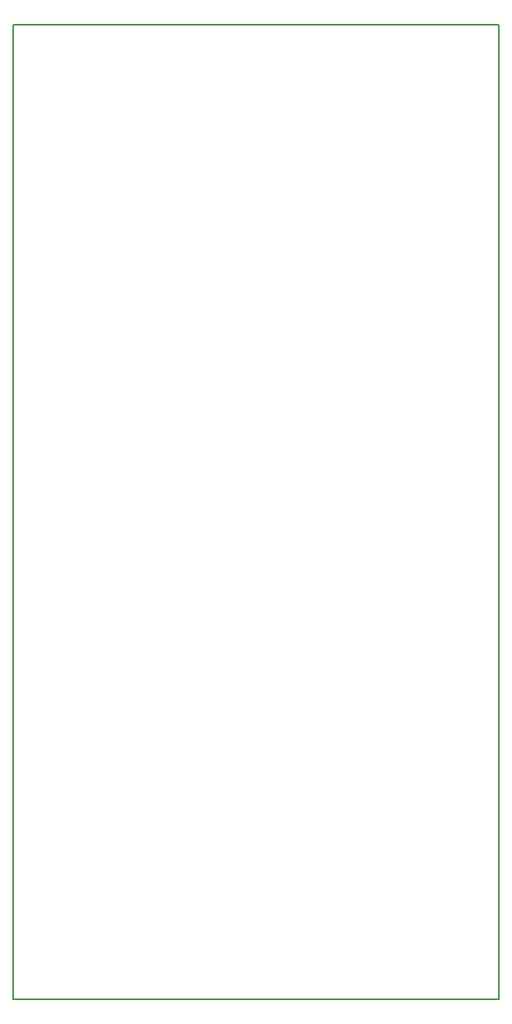
<source format=gm1>
G04 #@! TF.GenerationSoftware,KiCad,Pcbnew,8.0.4*
G04 #@! TF.CreationDate,2024-09-11T13:37:03-04:00*
G04 #@! TF.ProjectId,LB-68B50-02,4c422d36-3842-4353-902d-30322e6b6963,2*
G04 #@! TF.SameCoordinates,Original*
G04 #@! TF.FileFunction,Profile,NP*
%FSLAX46Y46*%
G04 Gerber Fmt 4.6, Leading zero omitted, Abs format (unit mm)*
G04 Created by KiCad (PCBNEW 8.0.4) date 2024-09-11 13:37:03*
%MOMM*%
%LPD*%
G01*
G04 APERTURE LIST*
G04 #@! TA.AperFunction,Profile*
%ADD10C,0.150000*%
G04 #@! TD*
G04 APERTURE END LIST*
D10*
X132000000Y-47000000D02*
X182000000Y-47000000D01*
X182000000Y-147000000D01*
X132000000Y-147000000D01*
X132000000Y-47000000D01*
M02*

</source>
